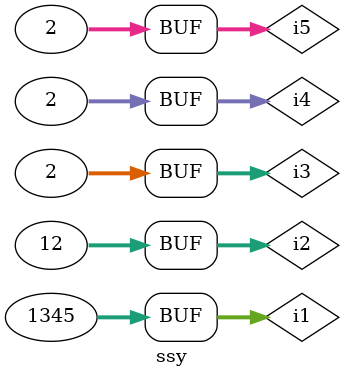
<source format=v>

       module    ssy    
       (        )   ;   
           parameter                  p1    =         1121               ;
     
           integer        i1    =       1345           ;
       
           integer        i2    =       4'b11_00           ;
       
           integer        i3    =       4'D1122           ;
       
           integer        i4    =       4'h11_22           ;
       
           integer        i5    =       4'O11_22           ;
       
   
 endmodule
   
</source>
